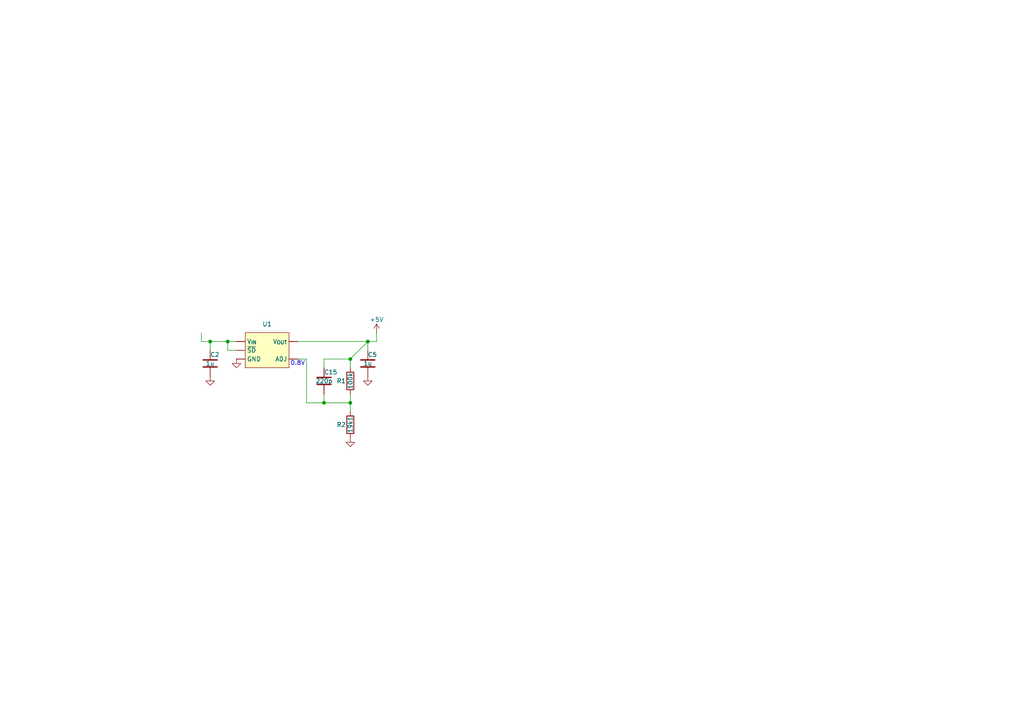
<source format=kicad_sch>
(kicad_sch (version 20250114) (generator "eeschema") (generator_version "9.0")
  (paper "A4")
  (lib_symbols
    (symbol "!fablabs-kicad-library:+V" (power) (pin_numbers (hide yes)) (pin_names (offset 0) (hide yes))
      (property "Value" "+V" (at 0 3.556 0))
      (symbol "+V_0_1"
        (polyline (pts (xy -0.762 1.27) (xy 0 2.54)))
        (polyline (pts (xy 0 2.54) (xy 0.762 1.27)))
        (polyline (pts (xy 0 0) (xy 0 2.54)))
      )
      (symbol "+V_1_1"
        (pin power_in line (at 0 0 90) (length 0) (name "~") (number "1"))
      )
    )
    (symbol "!fablabs-kicad-library:AP2127K-ADJTRG1" (pin_numbers (hide yes))
      (property "Reference" "U" (at 8.89 3.81 0))
      (symbol "AP2127K-ADJTRG1_1_1"
        (rectangle (start 2.54 2.54) (end 15.24 -7.62) (fill (type background)))
        (pin power_in line (at 0 0 0) (length 2.54) (name "V_{IN}") (number "1"))
        (pin input line (at 0 -2.54 0) (length 2.54) (name "~{SD}") (number "3"))
        (pin power_in line (at 0 -5.08 0) (length 2.54) (name "GND") (number "2"))
        (pin power_out line (at 17.78 0 180) (length 2.54) (name "V_{OUT}") (number "5"))
        (pin input line (at 17.78 -5.08 180) (length 2.54) (name "ADJ") (number "4"))
      )
    )
    (symbol "!fablabs-kicad-library:C_0402_1u_25V_X5R" (pin_numbers (hide yes)) (pin_names (offset 0.254))
      (property "Reference" "C" (at 0 1.27 0))
      (property "Value" "1u" (at 0 0 0))
      (symbol "C_0402_1u_25V_X5R_1_1"
        (polyline (pts (xy 2.794 -2.032) (xy 2.794 2.032)) (stroke (width 0.381)))
        (polyline (pts (xy 4.826 -2.032) (xy 4.826 2.032)) (stroke (width 0.381)))
        (pin passive line (at 0 0 0) (length 2.794) (name "~") (number "1"))
        (pin passive line (at 7.62 0 180) (length 2.794) (name "~") (number "2"))
      )
    )
    (symbol "!fablabs-kicad-library:C_0402_220p_50V_C0G" (pin_numbers (hide yes)) (pin_names (offset 0.254))
      (property "Reference" "C" (at 2.54 0 90))
      (property "Value" "220p" (at 3.81 0 90))
      (symbol "C_0402_220p_50V_C0G_1_1"
        (polyline (pts (xy 2.794 -2.032) (xy 2.794 2.032)) (stroke (width 0.381)))
        (polyline (pts (xy 4.826 -2.032) (xy 4.826 2.032)) (stroke (width 0.381)))
        (pin passive line (at 0 0 0) (length 2.794) (name "~") (number "1"))
        (pin passive line (at 7.62 0 180) (length 2.794) (name "~") (number "2"))
      )
    )
    (symbol "!fablabs-kicad-library:GND" (power) (pin_numbers (hide yes)) (pin_names (offset 0) (hide yes))
      (symbol "GND_0_1"
        (polyline (pts (xy 0 0) (xy 0 -1.27) (xy 1.27 -1.27) (xy 0 -2.54) (xy -1.27 -1.27) (xy 0 -1.27)))
      )
      (symbol "GND_1_1"
        (pin power_in line (at 0 0 270) (length 0) (name "~") (number "1"))
      )
    )
    (symbol "!fablabs-kicad-library:R_0402_100k" (pin_numbers (hide yes)) (pin_names (offset 0))
      (property "Reference" "R" (at 3.81 1.27 0))
      (property "Value" "100k" (at 3.81 0 0))
      (symbol "R_0402_100k_0_1"
        (rectangle (start 1.27 1.016) (end 6.35 -1.016) (stroke (width 0.254)))
      )
      (symbol "R_0402_100k_1_1"
        (pin passive line (at 0 0 0) (length 1.27) (name "~") (number "1"))
        (pin passive line (at 7.62 0 180) (length 1.27) (name "~") (number "2"))
      )
    )
    (symbol "!fablabs-kicad-library:R_0402_19k1" (pin_numbers (hide yes)) (pin_names (offset 0))
      (property "Reference" "R" (at 3.81 1.27 0))
      (property "Value" "19k1" (at 3.81 0 0))
      (symbol "R_0402_19k1_0_1"
        (rectangle (start 1.27 1.016) (end 6.35 -1.016) (stroke (width 0.254)))
      )
      (symbol "R_0402_19k1_1_1"
        (pin passive line (at 0 0 0) (length 1.27) (name "~") (number "1"))
        (pin passive line (at 7.62 0 180) (length 1.27) (name "~") (number "2"))
      )
    )
  )
  (text "0.8V" (at 86.36 105.41 0) (effects (font (size 1.27 1.27))))
  (junction (at 101.6 104.14))
  (junction (at 60.96 99.06))
  (junction (at 101.6 116.84))
  (junction (at 93.98 116.84))
  (junction (at 66.04 99.06))
  (junction (at 106.68 99.06))
  (wire (pts (xy 106.68 99.06) (xy 86.36 99.06)))
  (wire (pts (xy 101.6 104.14) (xy 101.6 106.68)))
  (wire (pts (xy 101.6 104.14) (xy 106.68 99.06)))
  (wire (pts (xy 60.96 99.06) (xy 66.04 99.06)))
  (wire (pts (xy 88.9 104.14) (xy 88.9 116.84)))
  (wire (pts (xy 109.22 96.52) (xy 109.22 99.06)))
  (wire (pts (xy 86.36 104.14) (xy 88.9 104.14)))
  (wire (pts (xy 109.22 99.06) (xy 106.68 99.06)))
  (wire (pts (xy 60.96 99.06) (xy 60.96 101.6)))
  (wire (pts (xy 93.98 116.84) (xy 101.6 116.84)))
  (wire (pts (xy 58.42 99.06) (xy 60.96 99.06)))
  (wire (pts (xy 93.98 114.3) (xy 93.98 116.84)))
  (wire (pts (xy 93.98 104.14) (xy 93.98 106.68)))
  (wire (pts (xy 66.04 99.06) (xy 66.04 101.6)))
  (wire (pts (xy 93.98 104.14) (xy 101.6 104.14)))
  (wire (pts (xy 66.04 101.6) (xy 68.58 101.6)))
  (wire (pts (xy 58.42 96.52) (xy 58.42 99.06)))
  (wire (pts (xy 101.6 114.3) (xy 101.6 116.84)))
  (wire (pts (xy 66.04 99.06) (xy 68.58 99.06)))
  (wire (pts (xy 106.68 101.6) (xy 106.68 99.06)))
  (wire (pts (xy 101.6 116.84) (xy 101.6 119.38)))
  (wire (pts (xy 88.9 116.84) (xy 93.98 116.84)))
  (symbol (lib_id "!fablabs-kicad-library:R_0402_19k1") (at 101.6 127 90) (unit 1)
    (property "Reference" "R2" (at 100.33 123.19 90) (effects (justify left)))
    (property "Value" "19k1" (at 101.6 123.19 0))
    (property "Footprint" "!fablabs-kicad-library:R_0402_1005M" (effects (hide yes)))
    (property "Description" "Resistor, 0402, 19.1k, ±1%, ±100ppm/℃, Thick Film Chip" (effects (hide yes)))
    (property "Part Version" "0.0.0" (effects (hide yes)))
    (property "Manufacturer" "FOJAN" (effects (hide yes)))
    (property "MFR.Part #" "FRC0402F1912TS" (effects (hide yes)))
    (property "JLCPCB Part #" "C2998158" (effects (hide yes)))
    (property "JLCPCB Category" "Resistors / Chip Resistor - Surface Mount" (effects (hide yes)))
  )
  (symbol (lib_id "!fablabs-kicad-library:C_0402_1u_25V_X5R") (at 106.68 109.22 90) (unit 1)
    (property "Reference" "C5" (at 106.68 102.87 90) (effects (justify right)))
    (property "Value" "1u" (at 106.68 105.41 90))
    (property "Footprint" "!fablabs-kicad-library:C_0402_1005M" (effects (hide yes)))
    (property "Description" "Capacitor MLCC 0402 1uF 25V X5R" (effects (hide yes)))
    (property "Manufacturer" "Samsung Electro-Mechanics" (effects (hide yes)))
    (property "MFR.Part #" "CL05A105KA5NQNC" (effects (hide yes)))
    (property "JLCPCB Part #" "C52923" (effects (hide yes)))
    (property "Part Version" "0.0.0" (effects (hide yes)))
    (property "JLCPCB Category" "Capacitors" (effects (hide yes)))
  )
  (symbol (lib_id "!fablabs-kicad-library:+V") (at 109.22 96.52 0) (unit 1)
    (property "Reference" "#PWR011" (effects (hide yes)))
    (property "Value" "+5V" (at 109.22 92.71 0))
    (property "Description" "Power symbol creates a global label with name \"+V\"" (effects (hide yes)))
  )
  (symbol (lib_id "!fablabs-kicad-library:C_0402_220p_50V_C0G") (at 93.98 114.3 90) (unit 1)
    (property "Reference" "C15" (at 93.98 107.95 90) (effects (justify right)))
    (property "Value" "220p" (at 93.98 110.49 90))
    (property "Footprint" "!fablabs-kicad-library:C_0402_1005M" (effects (hide yes)))
    (property "Description" "Capacitor, MLCC, 0402, 220p, 50V, C0G, ±5%" (effects (hide yes)))
    (property "Part Version" "0.0.0" (effects (hide yes)))
    (property "Manufacturer" "Murata Electronics" (effects (hide yes)))
    (property "MFR.Part #" "GRM1555C1H221JA01D" (effects (hide yes)))
    (property "JLCPCB Part #" "C71693" (effects (hide yes)))
    (property "JLCPCB Category" "Capacitors / Multilayer Ceramic Capacitors MLCC - SMD/SMT" (effects (hide yes)))
  )
  (symbol (lib_id "!fablabs-kicad-library:GND") (at 60.96 109.22 0) (unit 1)
    (property "Reference" "#PWR03" (effects (hide yes)))
    (property "Value" "GND" (effects (hide yes)))
    (property "Description" "Power symbol creates a global label with name \"GND\" , ground" (effects (hide yes)))
  )
  (symbol (lib_id "!fablabs-kicad-library:GND") (at 106.68 109.22 0) (unit 1)
    (property "Reference" "#PWR09" (effects (hide yes)))
    (property "Value" "GND" (effects (hide yes)))
    (property "Description" "Power symbol creates a global label with name \"GND\" , ground" (effects (hide yes)))
  )
  (symbol (lib_id "!fablabs-kicad-library:R_0402_100k") (at 101.6 114.3 90) (unit 1)
    (property "Reference" "R1" (at 100.33 110.49 90) (effects (justify left)))
    (property "Value" "100k" (at 101.6 110.49 0))
    (property "Footprint" "!fablabs-kicad-library:R_0402_1005M" (effects (hide yes)))
    (property "Description" "Resistor, 0402, 100k, ±1% Range, ±100ppm/℃, Thick Film Chip" (effects (hide yes)))
    (property "Part Version" "0.0.0" (effects (hide yes)))
    (property "Manufacturer" "UNI-ROYAL(Uniroyal Elec)" (effects (hide yes)))
    (property "MFR.Part #" "0402WGF1003TCE" (effects (hide yes)))
    (property "JLCPCB Part #" "C25741" (effects (hide yes)))
    (property "JLCPCB Category" "Resistors / Chip Resistor - Surface Mount" (effects (hide yes)))
  )
  (symbol (lib_id "!fablabs-kicad-library:GND") (at 68.58 104.14 0) (unit 1)
    (property "Reference" "#PWR04" (effects (hide yes)))
    (property "Value" "GND" (effects (hide yes)))
    (property "Description" "Power symbol creates a global label with name \"GND\" , ground" (effects (hide yes)))
  )
  (symbol (lib_id "!fablabs-kicad-library:AP2127K-ADJTRG1") (at 68.58 99.06 0) (unit 1)
    (property "Reference" "U1" (at 77.47 93.98 0))
    (property "Value" "AP2127K-ADJTRG1" (effects (hide yes)))
    (property "Footprint" "!fablabs-kicad-library:SOT-23-5" (effects (hide yes)))
    (property "Datasheet" "https://www.diodes.com/assets/Datasheets/AP2127.pdf" (effects (hide yes)))
    (property "Description" "DC-DC, linear, adjustable, 6V, 450mA, SOT23-5" (effects (hide yes)))
    (property "Part Version" "0.0.0" (effects (hide yes)))
    (property "Manufacturer" "Diodes Incorporated" (effects (hide yes)))
    (property "MFR.Part #" "AP2127K-ADJTRG1" (effects (hide yes)))
    (property "JLCPCB Part #" "C96343" (effects (hide yes)))
    (property "JLCPCB Category" "Power Management (PMIC) / Voltage Regulators - Linear, Low Drop Out (LDO) Regulators" (effects (hide yes)))
  )
  (symbol (lib_id "!fablabs-kicad-library:C_0402_1u_25V_X5R") (at 60.96 109.22 90) (unit 1)
    (property "Reference" "C2" (at 60.96 102.87 90) (effects (justify right)))
    (property "Value" "1u" (at 60.96 105.41 90))
    (property "Footprint" "!fablabs-kicad-library:C_0402_1005M" (effects (hide yes)))
    (property "Description" "Capacitor MLCC 0402 1uF 25V X5R" (effects (hide yes)))
    (property "Manufacturer" "Samsung Electro-Mechanics" (effects (hide yes)))
    (property "MFR.Part #" "CL05A105KA5NQNC" (effects (hide yes)))
    (property "JLCPCB Part #" "C52923" (effects (hide yes)))
    (property "Part Version" "0.0.0" (effects (hide yes)))
    (property "JLCPCB Category" "Capacitors" (effects (hide yes)))
  )
  (symbol (lib_id "!fablabs-kicad-library:GND") (at 101.6 127 0) (unit 1)
    (property "Reference" "#PWR08" (effects (hide yes)))
    (property "Value" "GND" (effects (hide yes)))
    (property "Description" "Power symbol creates a global label with name \"GND\" , ground" (effects (hide yes)))
  )
)
</source>
